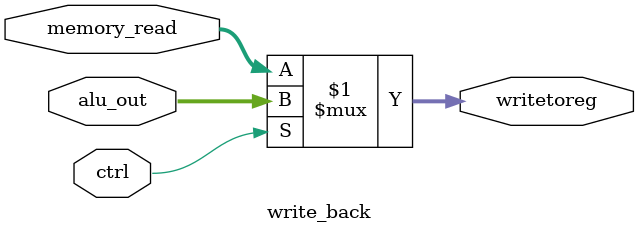
<source format=v>
`timescale 1ns / 1ps
module write_back(input [31:0] alu_out, input [31:0] memory_read, input ctrl, output [31:0] writetoreg
    );
assign writetoreg=ctrl?alu_out:memory_read;
endmodule

</source>
